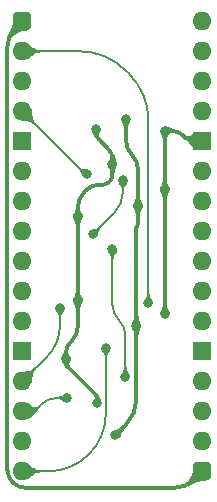
<source format=gbl>
%TF.GenerationSoftware,KiCad,Pcbnew,9.0.4*%
%TF.CreationDate,2025-09-29T08:51:58+02:00*%
%TF.ProjectId,Video Signals Output,56696465-6f20-4536-9967-6e616c73204f,V0*%
%TF.SameCoordinates,Original*%
%TF.FileFunction,Copper,L2,Bot*%
%TF.FilePolarity,Positive*%
%FSLAX46Y46*%
G04 Gerber Fmt 4.6, Leading zero omitted, Abs format (unit mm)*
G04 Created by KiCad (PCBNEW 9.0.4) date 2025-09-29 08:51:58*
%MOMM*%
%LPD*%
G01*
G04 APERTURE LIST*
G04 Aperture macros list*
%AMRoundRect*
0 Rectangle with rounded corners*
0 $1 Rounding radius*
0 $2 $3 $4 $5 $6 $7 $8 $9 X,Y pos of 4 corners*
0 Add a 4 corners polygon primitive as box body*
4,1,4,$2,$3,$4,$5,$6,$7,$8,$9,$2,$3,0*
0 Add four circle primitives for the rounded corners*
1,1,$1+$1,$2,$3*
1,1,$1+$1,$4,$5*
1,1,$1+$1,$6,$7*
1,1,$1+$1,$8,$9*
0 Add four rect primitives between the rounded corners*
20,1,$1+$1,$2,$3,$4,$5,0*
20,1,$1+$1,$4,$5,$6,$7,0*
20,1,$1+$1,$6,$7,$8,$9,0*
20,1,$1+$1,$8,$9,$2,$3,0*%
G04 Aperture macros list end*
%TA.AperFunction,ComponentPad*%
%ADD10O,1.600000X1.600000*%
%TD*%
%TA.AperFunction,ComponentPad*%
%ADD11R,1.600000X1.600000*%
%TD*%
%TA.AperFunction,ComponentPad*%
%ADD12RoundRect,0.400000X-0.400000X-0.400000X0.400000X-0.400000X0.400000X0.400000X-0.400000X0.400000X0*%
%TD*%
%TA.AperFunction,ViaPad*%
%ADD13C,0.800000*%
%TD*%
%TA.AperFunction,Conductor*%
%ADD14C,0.380000*%
%TD*%
%TA.AperFunction,Conductor*%
%ADD15C,0.200000*%
%TD*%
G04 APERTURE END LIST*
D10*
%TO.P,J1,32,Pin_32*%
%TO.N,unconnected-(J1-Pin_32-Pad32)*%
X15240000Y0D03*
%TO.P,J1,31,Pin_31*%
%TO.N,unconnected-(J1-Pin_31-Pad31)*%
X15240000Y-2540000D03*
%TO.P,J1,30,Pin_30*%
%TO.N,unconnected-(J1-Pin_30-Pad30)*%
X15240000Y-5080000D03*
%TO.P,J1,29,Pin_29*%
%TO.N,Horizontal Sync _{HALF CYCLE}*%
X15240000Y-7620000D03*
D11*
%TO.P,J1,28,Pin_28*%
%TO.N,GND*%
X15240000Y-10160000D03*
D10*
%TO.P,J1,27,Pin_27*%
%TO.N,Horizontal Blank _{HALF CYCLE}*%
X15240000Y-12700000D03*
%TO.P,J1,26,Pin_26*%
%TO.N,Vertical Sync _{HALF CYCLE}*%
X15240000Y-15240000D03*
%TO.P,J1,25,Pin_25*%
%TO.N,Vertical Blank _{HALF CYCLE}*%
X15240000Y-17780000D03*
%TO.P,J1,24,Pin_24*%
%TO.N,First Pixel _{HALF CYCLE}*%
X15240000Y-20320000D03*
%TO.P,J1,23,Pin_23*%
%TO.N,Last Pixel + 1 _{HALF CYCLE}*%
X15240000Y-22860000D03*
%TO.P,J1,22,Pin_22*%
%TO.N,First Row _{HALF CYCLE}*%
X15240000Y-25400000D03*
D11*
%TO.P,J1,21,Pin_21*%
%TO.N,GND*%
X15240000Y-27940000D03*
D10*
%TO.P,J1,20,Pin_20*%
%TO.N,Last Row + 1 _{HALF CYCLE}*%
X15240000Y-30480000D03*
%TO.P,J1,19,Pin_19*%
%TO.N,unconnected-(J1-Pin_19-Pad19)*%
X15240000Y-33020000D03*
%TO.P,J1,18,Pin_18*%
%TO.N,unconnected-(J1-Pin_18-Pad18)*%
X15240000Y-35560000D03*
D12*
%TO.P,J1,17,Pin_17*%
%TO.N,5V*%
X15240000Y-38100000D03*
D10*
%TO.P,J1,16,Pin_16*%
%TO.N,~{Vertical Sync}*%
X0Y-38100000D03*
%TO.P,J1,15,Pin_15*%
%TO.N,Vertical Sync*%
X0Y-35560000D03*
%TO.P,J1,14,Pin_14*%
%TO.N,Vertical Sync Polarity*%
X0Y-33020000D03*
%TO.P,J1,13,Pin_13*%
%TO.N,Last Row + 1*%
X0Y-30480000D03*
D11*
%TO.P,J1,12,Pin_12*%
%TO.N,GND*%
X0Y-27940000D03*
D10*
%TO.P,J1,11,Pin_11*%
%TO.N,First Row*%
X0Y-25400000D03*
%TO.P,J1,10,Pin_10*%
%TO.N,Last Pixel + 1*%
X0Y-22860000D03*
%TO.P,J1,9,Pin_9*%
%TO.N,First Pixel*%
X0Y-20320000D03*
%TO.P,J1,8,Pin_8*%
%TO.N,Vertical Blank*%
X0Y-17780000D03*
%TO.P,J1,7,Pin_7*%
%TO.N,Horizontal Blank*%
X0Y-15240000D03*
%TO.P,J1,6,Pin_6*%
%TO.N,~{Horizontal Sync}*%
X0Y-12700000D03*
D11*
%TO.P,J1,5,Pin_5*%
%TO.N,GND*%
X0Y-10160000D03*
D10*
%TO.P,J1,4,Pin_4*%
%TO.N,Horizontal Sync*%
X0Y-7620000D03*
%TO.P,J1,3,Pin_3*%
%TO.N,Horizontal Sync Polarity*%
X0Y-5080000D03*
%TO.P,J1,2,Pin_2*%
%TO.N,CLK*%
X0Y-2540000D03*
D12*
%TO.P,J1,1,Pin_1*%
%TO.N,5V*%
X0Y0D03*
%TD*%
D13*
%TO.N,/Vertical Sync _{SEL}*%
X8722000Y-30099000D03*
%TO.N,/Horizontal Sync _{SEL}*%
X5969000Y-18034000D03*
%TO.N,Last Row + 1*%
X3175000Y-24257000D03*
%TO.N,GND*%
X12065000Y-14224000D03*
X4699000Y-16510000D03*
X3683004Y-28574998D03*
X12065000Y-9271000D03*
X6223000Y-9144000D03*
X7620000Y-12065000D03*
X12065000Y-24765000D03*
X6350000Y-32312998D03*
X4699000Y-23622000D03*
%TO.N,/3.3V*%
X9652000Y-25781000D03*
X9779000Y-15621004D03*
X7874000Y-35052000D03*
X8760125Y-8255000D03*
%TO.N,CLK*%
X10668000Y-23876000D03*
%TO.N,Horizontal Sync*%
X5460994Y-12926000D03*
%TO.N,~{Vertical Sync}*%
X7065543Y-27624994D03*
%TO.N,Vertical Sync Polarity*%
X3810000Y-31877000D03*
%TO.N,/Horizontal Sync _{SEL}*%
X8509000Y-13462000D03*
%TO.N,/Vertical Sync _{SEL}*%
X7620000Y-19304000D03*
%TD*%
D14*
%TO.N,/3.3V*%
X9715500Y-17335500D02*
G75*
G03*
X9652001Y-17488802I153300J-153300D01*
G01*
X9269562Y-11301562D02*
G75*
G02*
X9779041Y-12531453I-1229862J-1229938D01*
G01*
X8760125Y-10071671D02*
G75*
G03*
X9269563Y-11301561I1739325J1D01*
G01*
X9652000Y-32016764D02*
G75*
G02*
X8762999Y-34162999I-3035240J4D01*
G01*
X9779000Y-17182197D02*
G75*
G02*
X9715501Y-17335501I-216800J-3D01*
G01*
D15*
%TO.N,Vertical Sync Polarity*%
X1375210Y-32660789D02*
G75*
G02*
X508000Y-33019999I-867210J867209D01*
G01*
X2967223Y-31877000D02*
G75*
G03*
X1587499Y-32448499I-3J-1951220D01*
G01*
%TO.N,~{Vertical Sync}*%
X7065543Y-33192848D02*
G75*
G02*
X5628271Y-36662728I-4907155J2D01*
G01*
X5628271Y-36662728D02*
G75*
G02*
X2158391Y-38100001I-3469881J3469878D01*
G01*
%TO.N,Horizontal Sync*%
X5251201Y-12871201D02*
G75*
G03*
X5383497Y-12926000I132299J132301D01*
G01*
%TO.N,Last Row + 1*%
X3175000Y-25781000D02*
G75*
G02*
X2097369Y-28382630I-3679269J4D01*
G01*
%TO.N,CLK*%
X9074207Y-4502207D02*
G75*
G02*
X10668004Y-8349963I-3847757J-3847763D01*
G01*
X8705792Y-4133792D02*
G75*
G03*
X4858036Y-2540003I-3847752J-3847758D01*
G01*
%TO.N,/Horizontal Sync _{SEL}*%
X8509000Y-14478000D02*
G75*
G02*
X7790581Y-16212422I-2452850J0D01*
G01*
%TO.N,/Vertical Sync _{SEL}*%
X7620000Y-23985768D02*
G75*
G03*
X8171000Y-25316000I1881230J-2D01*
G01*
X8171000Y-25316000D02*
G75*
G02*
X8721987Y-26646231I-1330200J-1330200D01*
G01*
D14*
%TO.N,5V*%
X14541500Y-38798500D02*
G75*
G02*
X12855171Y-39496988I-1686300J1686300D01*
G01*
X-634999Y-634999D02*
G75*
G03*
X-1270002Y-2168025I1533029J-1533031D01*
G01*
X-825500Y-39052500D02*
G75*
G03*
X247617Y-39497001I1073120J1073120D01*
G01*
X-1270000Y-37979382D02*
G75*
G03*
X-825499Y-39052499I1517620J2D01*
G01*
%TO.N,GND*%
X4042214Y-27199785D02*
G75*
G03*
X3682993Y-28066997I867186J-867215D01*
G01*
X6223000Y-9461500D02*
G75*
G03*
X6447509Y-10003503I766500J0D01*
G01*
X13692888Y-9755888D02*
G75*
G03*
X14668500Y-10160007I975612J975588D01*
G01*
X3683004Y-28828999D02*
G75*
G03*
X3862613Y-29262604I613196J-1D01*
G01*
X6150949Y-31550946D02*
G75*
G02*
X6350002Y-32031497I-480549J-480554D01*
G01*
X5237814Y-14447184D02*
G75*
G03*
X4698990Y-15748000I1300786J-1300816D01*
G01*
X7305691Y-10861691D02*
G75*
G02*
X7620005Y-11620500I-758791J-758809D01*
G01*
X7620000Y-12975789D02*
G75*
G02*
X7366003Y-13589003I-867200J-11D01*
G01*
X4699000Y-25824582D02*
G75*
G02*
X4191002Y-27050998I-1734420J2D01*
G01*
X13612111Y-9675111D02*
G75*
G03*
X12636500Y-9270993I-975611J-975589D01*
G01*
X6477000Y-13843000D02*
G75*
G03*
X5392993Y-14292018I0J-1533000D01*
G01*
X7366000Y-13589000D02*
G75*
G02*
X6752789Y-13842996I-613200J613200D01*
G01*
%TO.N,/3.3V*%
X8760125Y-10071671D02*
X8760125Y-8255000D01*
X9779000Y-12531453D02*
X9779000Y-15621004D01*
X9779000Y-15621004D02*
X9779000Y-17182197D01*
X9652000Y-25781000D02*
X9652000Y-32016764D01*
X7874000Y-35052000D02*
X8763000Y-34163000D01*
X9652000Y-17488802D02*
X9652000Y-25781000D01*
%TO.N,GND*%
X12065000Y-24765000D02*
X12065000Y-14224000D01*
D15*
%TO.N,/Horizontal Sync _{SEL}*%
X7790579Y-16212420D02*
X5969000Y-18034000D01*
X8509000Y-13462000D02*
X8509000Y-14478000D01*
%TO.N,Last Row + 1*%
X3175000Y-25781000D02*
X3175000Y-24257000D01*
X2097369Y-28382630D02*
X0Y-30480000D01*
D14*
%TO.N,GND*%
X6447506Y-10003506D02*
X7305691Y-10861691D01*
X12065000Y-9271000D02*
X12636500Y-9271000D01*
X4699000Y-16510000D02*
X4699000Y-15748000D01*
X7620000Y-12065000D02*
X7620000Y-11620500D01*
X12065000Y-9271000D02*
X12065000Y-14224000D01*
X3683004Y-28066997D02*
X3683004Y-28574998D01*
X6477000Y-13843000D02*
X6752789Y-13843000D01*
X3862610Y-29262607D02*
X6150949Y-31550946D01*
X4042214Y-27199785D02*
X4191002Y-27050998D01*
X7620000Y-12065000D02*
X7620000Y-12975789D01*
X6350000Y-32312998D02*
X6350000Y-32031497D01*
X5237814Y-14447184D02*
X5392987Y-14292012D01*
X4699000Y-16510000D02*
X4699000Y-23622000D01*
X4699000Y-25824582D02*
X4699000Y-23622000D01*
X3683004Y-28828999D02*
X3683004Y-28574998D01*
X6223000Y-9461500D02*
X6223000Y-9144000D01*
X13692888Y-9755888D02*
X13612111Y-9675111D01*
%TO.N,5V*%
X12855171Y-39497000D02*
X247617Y-39497000D01*
X-1270000Y-2168025D02*
X-1270000Y-37979382D01*
X14541500Y-38798500D02*
X15240000Y-38100000D01*
X-634999Y-634999D02*
X0Y0D01*
D15*
%TO.N,CLK*%
X4858036Y-2540000D02*
X0Y-2540000D01*
X9074207Y-4502207D02*
X8705792Y-4133792D01*
X10668000Y-8349963D02*
X10668000Y-23876000D01*
%TO.N,Horizontal Sync*%
X5383497Y-12926000D02*
X5460994Y-12926000D01*
X5251201Y-12871201D02*
X0Y-7620000D01*
%TO.N,~{Vertical Sync}*%
X7065543Y-33192848D02*
X7065543Y-27624994D01*
X2158391Y-38100000D02*
X0Y-38100000D01*
%TO.N,Vertical Sync Polarity*%
X1375210Y-32660789D02*
X1587500Y-32448500D01*
X3810000Y-31877000D02*
X2967223Y-31877000D01*
%TO.N,/Vertical Sync _{SEL}*%
X8722000Y-30099000D02*
X8722000Y-26646231D01*
X7620000Y-23985768D02*
X7620000Y-19304000D01*
%TD*%
%TA.AperFunction,Conductor*%
%TO.N,Vertical Sync Polarity*%
G36*
X168249Y-32238820D02*
G01*
X173636Y-32240346D01*
X323303Y-32282732D01*
X324897Y-32283311D01*
X389361Y-32312181D01*
X470196Y-32348383D01*
X471309Y-32348955D01*
X599717Y-32424052D01*
X600276Y-32424402D01*
X715755Y-32501494D01*
X721669Y-32505502D01*
X777721Y-32543490D01*
X777744Y-32543504D01*
X921748Y-32627930D01*
X921747Y-32627930D01*
X921750Y-32627931D01*
X921752Y-32627932D01*
X1032741Y-32663536D01*
X1137370Y-32661393D01*
X1193481Y-32644481D01*
X1252065Y-32615302D01*
X1319891Y-32567750D01*
X1383889Y-32509896D01*
X1392324Y-32506891D01*
X1400008Y-32510303D01*
X1525495Y-32635790D01*
X1528922Y-32644063D01*
X1525701Y-32652125D01*
X1514851Y-32663536D01*
X1301384Y-32888014D01*
X1138693Y-33075147D01*
X1138666Y-33075178D01*
X996530Y-33237512D01*
X995771Y-33238301D01*
X795780Y-33427635D01*
X794927Y-33428368D01*
X643853Y-33546073D01*
X643355Y-33546440D01*
X454233Y-33678355D01*
X445487Y-33680278D01*
X437944Y-33675452D01*
X437820Y-33675271D01*
X1998Y-33024744D01*
X240Y-33015964D01*
X244Y-33015941D01*
X74400Y-32644483D01*
X153593Y-32247787D01*
X158574Y-32240346D01*
X167358Y-32238605D01*
X168249Y-32238820D01*
G37*
%TD.AperFunction*%
%TD*%
%TA.AperFunction,Conductor*%
%TO.N,5V*%
G36*
X-783950Y280357D02*
G01*
X-4192Y2552D01*
X2446Y-3447D01*
X214847Y-453140D01*
X370131Y-781906D01*
X370566Y-790850D01*
X364549Y-797482D01*
X358718Y-798573D01*
X303530Y-794629D01*
X303517Y-794628D01*
X191283Y-796685D01*
X191269Y-796686D01*
X78895Y-809785D01*
X78886Y-809786D01*
X-44269Y-835836D01*
X-44290Y-835842D01*
X-165247Y-872685D01*
X-292667Y-923282D01*
X-292679Y-923288D01*
X-414484Y-983159D01*
X-414516Y-983177D01*
X-533214Y-1053143D01*
X-533227Y-1053151D01*
X-642477Y-1129184D01*
X-642489Y-1129193D01*
X-820392Y-1285995D01*
X-820393Y-1285996D01*
X-928867Y-1421626D01*
X-936709Y-1425946D01*
X-942480Y-1425127D01*
X-1273010Y-1288215D01*
X-1279342Y-1281883D01*
X-1279342Y-1272929D01*
X-1278623Y-1271485D01*
X-1195911Y-1130702D01*
X-1195907Y-1130694D01*
X-1195900Y-1130682D01*
X-1031640Y-791139D01*
X-1031627Y-791107D01*
X-905384Y-453140D01*
X-905383Y-453137D01*
X-827698Y-155914D01*
X-795089Y89813D01*
X-799573Y269043D01*
X-796354Y277400D01*
X-788170Y281032D01*
X-783950Y280357D01*
G37*
%TD.AperFunction*%
%TD*%
%TA.AperFunction,Conductor*%
%TO.N,GND*%
G36*
X6602598Y-9219483D02*
G01*
X6610035Y-9224471D01*
X6611766Y-9233257D01*
X6611469Y-9234422D01*
X6573226Y-9357647D01*
X6572523Y-9359399D01*
X6521008Y-9462747D01*
X6520873Y-9463010D01*
X6498205Y-9505739D01*
X6498203Y-9505745D01*
X6477570Y-9560998D01*
X6464865Y-9595019D01*
X6461384Y-9636784D01*
X6467586Y-9681895D01*
X6480017Y-9715974D01*
X6487841Y-9737423D01*
X6519079Y-9791612D01*
X6520242Y-9800491D01*
X6515443Y-9807183D01*
X6219018Y-10005252D01*
X6210236Y-10006999D01*
X6202790Y-10002024D01*
X6202374Y-10001353D01*
X6103059Y-9827856D01*
X6102297Y-9826253D01*
X6092371Y-9800491D01*
X6049501Y-9689220D01*
X6000763Y-9561000D01*
X5956557Y-9473424D01*
X5896321Y-9375805D01*
X5894894Y-9366966D01*
X5899753Y-9359952D01*
X6218399Y-9145886D01*
X6227174Y-9144118D01*
X6602598Y-9219483D01*
G37*
%TD.AperFunction*%
%TD*%
%TA.AperFunction,Conductor*%
%TO.N,GND*%
G36*
X14458116Y-9378116D02*
G01*
X15231374Y-10151351D01*
X15234801Y-10159624D01*
X15231374Y-10167897D01*
X15230312Y-10168838D01*
X14457072Y-10773962D01*
X14448444Y-10776362D01*
X14440647Y-10771959D01*
X14438278Y-10766396D01*
X14430783Y-10713703D01*
X14430783Y-10713702D01*
X14409175Y-10648833D01*
X14409174Y-10648831D01*
X14366833Y-10567053D01*
X14366832Y-10567052D01*
X14309856Y-10485102D01*
X14309854Y-10485099D01*
X14220086Y-10381922D01*
X14220080Y-10381915D01*
X14116414Y-10282474D01*
X14116386Y-10282449D01*
X13977227Y-10167937D01*
X13977212Y-10167925D01*
X13835812Y-10066761D01*
X13835806Y-10066757D01*
X13605882Y-9931282D01*
X13600493Y-9924130D01*
X13601741Y-9915263D01*
X13603419Y-9913060D01*
X13852187Y-9656339D01*
X13860403Y-9652783D01*
X13864680Y-9653521D01*
X13915449Y-9672495D01*
X13915451Y-9672495D01*
X13915453Y-9672496D01*
X13967138Y-9680230D01*
X14057371Y-9693735D01*
X14189801Y-9681822D01*
X14294800Y-9641869D01*
X14371626Y-9577412D01*
X14399890Y-9535651D01*
X14421372Y-9486081D01*
X14435172Y-9427549D01*
X14438173Y-9385553D01*
X14442181Y-9377547D01*
X14450677Y-9374719D01*
X14458116Y-9378116D01*
G37*
%TD.AperFunction*%
%TD*%
%TA.AperFunction,Conductor*%
%TO.N,GND*%
G36*
X4062865Y-28650539D02*
G01*
X4070303Y-28655523D01*
X4072038Y-28664308D01*
X4071812Y-28665239D01*
X4043024Y-28765492D01*
X4042555Y-28766817D01*
X4003953Y-28858180D01*
X4003897Y-28858311D01*
X3980891Y-28910952D01*
X3980888Y-28910962D01*
X3957510Y-28997204D01*
X3958852Y-29035311D01*
X3970136Y-29074554D01*
X3970137Y-29074556D01*
X3996944Y-29121344D01*
X3996950Y-29121352D01*
X4034108Y-29164297D01*
X4036930Y-29172795D01*
X4033533Y-29180225D01*
X3781103Y-29432655D01*
X3772830Y-29436082D01*
X3764557Y-29432655D01*
X3764268Y-29432356D01*
X3669769Y-29330891D01*
X3669066Y-29330061D01*
X3600553Y-29240764D01*
X3599607Y-29239322D01*
X3534159Y-29121352D01*
X3510676Y-29079024D01*
X3510434Y-29078562D01*
X3479883Y-29017003D01*
X3479878Y-29016994D01*
X3356011Y-28806724D01*
X3354766Y-28797860D01*
X3359568Y-28791078D01*
X3678252Y-28577007D01*
X3687029Y-28575239D01*
X4062865Y-28650539D01*
G37*
%TD.AperFunction*%
%TD*%
%TA.AperFunction,Conductor*%
%TO.N,GND*%
G36*
X6308218Y-31441012D02*
G01*
X6308589Y-31441413D01*
X6393459Y-31537567D01*
X6394323Y-31538673D01*
X6454604Y-31626201D01*
X6455396Y-31627532D01*
X6495213Y-31705894D01*
X6495644Y-31706846D01*
X6526751Y-31784548D01*
X6574238Y-31900035D01*
X6574242Y-31900043D01*
X6677226Y-32081331D01*
X6678333Y-32090217D01*
X6673577Y-32096822D01*
X6354741Y-32310998D01*
X6345963Y-32312767D01*
X6345918Y-32312758D01*
X5970472Y-32237524D01*
X5963034Y-32232538D01*
X5961299Y-32223753D01*
X5961615Y-32222527D01*
X5997360Y-32109400D01*
X5998051Y-32107697D01*
X6048143Y-32007824D01*
X6078128Y-31950345D01*
X6104691Y-31868696D01*
X6104716Y-31831676D01*
X6094809Y-31793191D01*
X6069776Y-31747176D01*
X6034593Y-31705046D01*
X6031920Y-31696499D01*
X6035430Y-31689145D01*
X6099705Y-31626840D01*
X6291676Y-31440753D01*
X6299999Y-31437456D01*
X6308218Y-31441012D01*
G37*
%TD.AperFunction*%
%TD*%
%TA.AperFunction,Conductor*%
%TO.N,/3.3V*%
G36*
X9140086Y-8330547D02*
G01*
X9147519Y-8335541D01*
X9149245Y-8344328D01*
X9149042Y-8345170D01*
X9099389Y-8522578D01*
X9098796Y-8524215D01*
X9041181Y-8652602D01*
X9041056Y-8652872D01*
X9012644Y-8712111D01*
X9012637Y-8712129D01*
X8967946Y-8846380D01*
X8954852Y-8935146D01*
X8950597Y-9036107D01*
X8946824Y-9044228D01*
X8938907Y-9047314D01*
X8581216Y-9047314D01*
X8572943Y-9043887D01*
X8569533Y-9036238D01*
X8562841Y-8910998D01*
X8543119Y-8808629D01*
X8514152Y-8726961D01*
X8479163Y-8652811D01*
X8479098Y-8652670D01*
X8479067Y-8652602D01*
X8423689Y-8530057D01*
X8423093Y-8528424D01*
X8371251Y-8345195D01*
X8372296Y-8336302D01*
X8379324Y-8330752D01*
X8380185Y-8330542D01*
X8757817Y-8254465D01*
X8762433Y-8254465D01*
X9140086Y-8330547D01*
G37*
%TD.AperFunction*%
%TD*%
%TA.AperFunction,Conductor*%
%TO.N,/3.3V*%
G36*
X9966182Y-14832117D02*
G01*
X9969592Y-14839766D01*
X9976283Y-14965005D01*
X9987481Y-15023125D01*
X9996006Y-15067375D01*
X9996007Y-15067377D01*
X10024973Y-15149042D01*
X10024973Y-15149044D01*
X10059945Y-15223157D01*
X10060026Y-15223332D01*
X10115434Y-15345945D01*
X10116030Y-15347578D01*
X10167873Y-15530808D01*
X10166828Y-15539701D01*
X10159800Y-15545251D01*
X10158926Y-15545463D01*
X9781311Y-15621538D01*
X9776689Y-15621538D01*
X9399038Y-15545456D01*
X9391605Y-15540462D01*
X9389879Y-15531675D01*
X9390082Y-15530833D01*
X9439735Y-15353423D01*
X9440325Y-15351792D01*
X9497974Y-15223332D01*
X9498041Y-15223186D01*
X9526485Y-15163880D01*
X9571179Y-15029618D01*
X9584272Y-14940860D01*
X9588528Y-14839897D01*
X9592301Y-14831776D01*
X9600218Y-14828690D01*
X9957909Y-14828690D01*
X9966182Y-14832117D01*
G37*
%TD.AperFunction*%
%TD*%
%TA.AperFunction,Conductor*%
%TO.N,/3.3V*%
G36*
X10158961Y-15696551D02*
G01*
X10166394Y-15701545D01*
X10168120Y-15710332D01*
X10167917Y-15711174D01*
X10118264Y-15888582D01*
X10117671Y-15890219D01*
X10060056Y-16018606D01*
X10059931Y-16018876D01*
X10031519Y-16078115D01*
X10031512Y-16078133D01*
X9986821Y-16212384D01*
X9973727Y-16301150D01*
X9969472Y-16402111D01*
X9965699Y-16410232D01*
X9957782Y-16413318D01*
X9600091Y-16413318D01*
X9591818Y-16409891D01*
X9588408Y-16402242D01*
X9581716Y-16277002D01*
X9561994Y-16174633D01*
X9533027Y-16092965D01*
X9498038Y-16018815D01*
X9497973Y-16018674D01*
X9497942Y-16018606D01*
X9442564Y-15896061D01*
X9441968Y-15894428D01*
X9390126Y-15711199D01*
X9391171Y-15702306D01*
X9398199Y-15696756D01*
X9399060Y-15696546D01*
X9776692Y-15620469D01*
X9781308Y-15620469D01*
X10158961Y-15696551D01*
G37*
%TD.AperFunction*%
%TD*%
%TA.AperFunction,Conductor*%
%TO.N,/3.3V*%
G36*
X10031961Y-25856547D02*
G01*
X10039394Y-25861541D01*
X10041120Y-25870328D01*
X10040917Y-25871170D01*
X9991264Y-26048578D01*
X9990671Y-26050215D01*
X9933056Y-26178602D01*
X9932931Y-26178872D01*
X9904519Y-26238111D01*
X9904512Y-26238129D01*
X9859821Y-26372380D01*
X9846727Y-26461146D01*
X9842472Y-26562107D01*
X9838699Y-26570228D01*
X9830782Y-26573314D01*
X9473091Y-26573314D01*
X9464818Y-26569887D01*
X9461408Y-26562238D01*
X9454716Y-26436998D01*
X9434994Y-26334629D01*
X9406027Y-26252961D01*
X9371038Y-26178811D01*
X9370973Y-26178670D01*
X9370942Y-26178602D01*
X9315564Y-26056057D01*
X9314968Y-26054424D01*
X9263126Y-25871195D01*
X9264171Y-25862302D01*
X9271199Y-25856752D01*
X9272060Y-25856542D01*
X9649692Y-25780465D01*
X9654308Y-25780465D01*
X10031961Y-25856547D01*
G37*
%TD.AperFunction*%
%TD*%
%TA.AperFunction,Conductor*%
%TO.N,/3.3V*%
G36*
X8307831Y-34365330D02*
G01*
X8560757Y-34618256D01*
X8564184Y-34626529D01*
X8561187Y-34634349D01*
X8477362Y-34727637D01*
X8418923Y-34813966D01*
X8381652Y-34892209D01*
X8353966Y-34969368D01*
X8353900Y-34969548D01*
X8306391Y-35095397D01*
X8305658Y-35096973D01*
X8212753Y-35263197D01*
X8205725Y-35268747D01*
X8196832Y-35267702D01*
X8196064Y-35267233D01*
X7875256Y-35054011D01*
X7871988Y-35050743D01*
X7766615Y-34892202D01*
X7658745Y-34729904D01*
X7657020Y-34721119D01*
X7662014Y-34713686D01*
X7662741Y-34713239D01*
X7823316Y-34622892D01*
X7824880Y-34622160D01*
X7956450Y-34572099D01*
X7956679Y-34572015D01*
X8018679Y-34550210D01*
X8145220Y-34486875D01*
X8217240Y-34433372D01*
X8291642Y-34364988D01*
X8300051Y-34361913D01*
X8307831Y-34365330D01*
G37*
%TD.AperFunction*%
%TD*%
%TA.AperFunction,Conductor*%
%TO.N,/3.3V*%
G36*
X9839182Y-24992113D02*
G01*
X9842592Y-24999762D01*
X9849283Y-25125001D01*
X9860481Y-25183121D01*
X9869006Y-25227371D01*
X9869007Y-25227373D01*
X9897973Y-25309038D01*
X9897973Y-25309040D01*
X9932945Y-25383153D01*
X9933026Y-25383328D01*
X9988434Y-25505941D01*
X9989030Y-25507574D01*
X10040873Y-25690804D01*
X10039828Y-25699697D01*
X10032800Y-25705247D01*
X10031926Y-25705459D01*
X9654311Y-25781534D01*
X9649689Y-25781534D01*
X9272038Y-25705452D01*
X9264605Y-25700458D01*
X9262879Y-25691671D01*
X9263082Y-25690829D01*
X9312735Y-25513419D01*
X9313325Y-25511788D01*
X9370974Y-25383328D01*
X9371041Y-25383182D01*
X9399485Y-25323876D01*
X9444179Y-25189614D01*
X9457272Y-25100856D01*
X9461528Y-24999893D01*
X9465301Y-24991772D01*
X9473218Y-24988686D01*
X9830909Y-24988686D01*
X9839182Y-24992113D01*
G37*
%TD.AperFunction*%
%TD*%
%TA.AperFunction,Conductor*%
%TO.N,GND*%
G36*
X12444961Y-14299547D02*
G01*
X12452394Y-14304541D01*
X12454120Y-14313328D01*
X12453917Y-14314170D01*
X12404264Y-14491578D01*
X12403671Y-14493215D01*
X12346056Y-14621602D01*
X12345931Y-14621872D01*
X12317519Y-14681111D01*
X12317512Y-14681129D01*
X12272821Y-14815380D01*
X12259727Y-14904146D01*
X12255472Y-15005107D01*
X12251699Y-15013228D01*
X12243782Y-15016314D01*
X11886091Y-15016314D01*
X11877818Y-15012887D01*
X11874408Y-15005238D01*
X11867716Y-14879998D01*
X11847994Y-14777629D01*
X11819027Y-14695961D01*
X11784038Y-14621811D01*
X11783973Y-14621670D01*
X11783942Y-14621602D01*
X11728564Y-14499057D01*
X11727968Y-14497424D01*
X11676126Y-14314195D01*
X11677171Y-14305302D01*
X11684199Y-14299752D01*
X11685060Y-14299542D01*
X12062692Y-14223465D01*
X12067308Y-14223465D01*
X12444961Y-14299547D01*
G37*
%TD.AperFunction*%
%TD*%
%TA.AperFunction,Conductor*%
%TO.N,GND*%
G36*
X12252182Y-23976113D02*
G01*
X12255592Y-23983762D01*
X12262283Y-24109001D01*
X12273481Y-24167121D01*
X12282006Y-24211371D01*
X12282007Y-24211373D01*
X12310973Y-24293038D01*
X12310973Y-24293040D01*
X12345945Y-24367153D01*
X12346026Y-24367328D01*
X12401434Y-24489941D01*
X12402030Y-24491574D01*
X12453873Y-24674804D01*
X12452828Y-24683697D01*
X12445800Y-24689247D01*
X12444926Y-24689459D01*
X12067311Y-24765534D01*
X12062689Y-24765534D01*
X11685038Y-24689452D01*
X11677605Y-24684458D01*
X11675879Y-24675671D01*
X11676082Y-24674829D01*
X11725735Y-24497419D01*
X11726325Y-24495788D01*
X11783974Y-24367328D01*
X11784041Y-24367182D01*
X11812485Y-24307876D01*
X11857179Y-24173614D01*
X11870272Y-24084856D01*
X11874528Y-23983893D01*
X11878301Y-23975772D01*
X11886218Y-23972686D01*
X12243909Y-23972686D01*
X12252182Y-23976113D01*
G37*
%TD.AperFunction*%
%TD*%
%TA.AperFunction,Conductor*%
%TO.N,/Horizontal Sync _{SEL}*%
G36*
X6466395Y-17410895D02*
G01*
X6592334Y-17536833D01*
X6595761Y-17545106D01*
X6592979Y-17552680D01*
X6512652Y-17647263D01*
X6462983Y-17738448D01*
X6438241Y-17823255D01*
X6425696Y-17906976D01*
X6417048Y-17969582D01*
X6416771Y-17970966D01*
X6381392Y-18105070D01*
X6380729Y-18106929D01*
X6349010Y-18176671D01*
X6348405Y-18177826D01*
X6307882Y-18245686D01*
X6300698Y-18251032D01*
X6291838Y-18249732D01*
X6291361Y-18249431D01*
X6285726Y-18245686D01*
X6181889Y-18176671D01*
X5970256Y-18036011D01*
X5966988Y-18032743D01*
X5753685Y-17711813D01*
X5751959Y-17703026D01*
X5756953Y-17695593D01*
X5757579Y-17695204D01*
X5849347Y-17642499D01*
X5850920Y-17641748D01*
X5939579Y-17607270D01*
X5941612Y-17606685D01*
X6095987Y-17577310D01*
X6096131Y-17577284D01*
X6213673Y-17556922D01*
X6327410Y-17508615D01*
X6390130Y-17464718D01*
X6450287Y-17410478D01*
X6458726Y-17407484D01*
X6466395Y-17410895D01*
G37*
%TD.AperFunction*%
%TD*%
%TA.AperFunction,Conductor*%
%TO.N,/Horizontal Sync _{SEL}*%
G36*
X8889070Y-13537569D02*
G01*
X8896503Y-13542563D01*
X8898229Y-13551350D01*
X8898053Y-13552093D01*
X8870442Y-13654213D01*
X8869857Y-13655871D01*
X8831550Y-13742930D01*
X8830515Y-13744799D01*
X8742162Y-13874679D01*
X8742052Y-13874837D01*
X8673335Y-13972353D01*
X8627068Y-14086937D01*
X8613758Y-14162332D01*
X8613757Y-14162341D01*
X8609574Y-14243218D01*
X8605725Y-14251303D01*
X8597890Y-14254314D01*
X8419785Y-14254314D01*
X8411512Y-14250887D01*
X8408124Y-14243565D01*
X8401502Y-14162332D01*
X8398042Y-14119880D01*
X8368688Y-14020287D01*
X8368686Y-14020283D01*
X8326213Y-13942821D01*
X8275886Y-13874752D01*
X8267276Y-13863383D01*
X8237724Y-13824359D01*
X8236950Y-13823197D01*
X8190195Y-13742930D01*
X8167140Y-13703350D01*
X8166295Y-13701568D01*
X8139407Y-13629822D01*
X8139018Y-13628578D01*
X8119688Y-13551939D01*
X8120988Y-13543083D01*
X8128171Y-13537736D01*
X8128713Y-13537612D01*
X8506692Y-13461465D01*
X8511308Y-13461465D01*
X8889070Y-13537569D01*
G37*
%TD.AperFunction*%
%TD*%
%TA.AperFunction,Conductor*%
%TO.N,Last Row + 1*%
G36*
X3555070Y-24332569D02*
G01*
X3562503Y-24337563D01*
X3564229Y-24346350D01*
X3564053Y-24347093D01*
X3536442Y-24449213D01*
X3535857Y-24450871D01*
X3497550Y-24537930D01*
X3496515Y-24539799D01*
X3408162Y-24669679D01*
X3408052Y-24669837D01*
X3339335Y-24767353D01*
X3293068Y-24881937D01*
X3279758Y-24957332D01*
X3279757Y-24957341D01*
X3275574Y-25038218D01*
X3271725Y-25046303D01*
X3263890Y-25049314D01*
X3085785Y-25049314D01*
X3077512Y-25045887D01*
X3074124Y-25038565D01*
X3067502Y-24957332D01*
X3064042Y-24914880D01*
X3034688Y-24815287D01*
X3034686Y-24815283D01*
X2992213Y-24737821D01*
X2941886Y-24669752D01*
X2933276Y-24658383D01*
X2903724Y-24619359D01*
X2902950Y-24618197D01*
X2856195Y-24537930D01*
X2833140Y-24498350D01*
X2832295Y-24496568D01*
X2805407Y-24424822D01*
X2805018Y-24423578D01*
X2785688Y-24346939D01*
X2786988Y-24338083D01*
X2794171Y-24332736D01*
X2794713Y-24332612D01*
X3172692Y-24256465D01*
X3177308Y-24256465D01*
X3555070Y-24332569D01*
G37*
%TD.AperFunction*%
%TD*%
%TA.AperFunction,Conductor*%
%TO.N,Last Row + 1*%
G36*
X1057802Y-29296800D02*
G01*
X1183194Y-29422193D01*
X1186621Y-29430466D01*
X1183451Y-29438474D01*
X1086634Y-29541601D01*
X1086631Y-29541605D01*
X1006783Y-29641640D01*
X1006773Y-29641654D01*
X948009Y-29733565D01*
X948007Y-29733569D01*
X906642Y-29820664D01*
X906641Y-29820666D01*
X879031Y-29906175D01*
X861515Y-29993369D01*
X861513Y-29993383D01*
X842125Y-30185844D01*
X829695Y-30331496D01*
X829611Y-30332214D01*
X786426Y-30623923D01*
X781824Y-30631606D01*
X773139Y-30633784D01*
X772581Y-30633688D01*
X6979Y-30482227D01*
X-471Y-30477259D01*
X-2228Y-30473020D01*
X-30156Y-30331852D01*
X-153709Y-29707315D01*
X-151952Y-29698534D01*
X-144502Y-29693566D01*
X-144088Y-29693492D01*
X93650Y-29656212D01*
X94364Y-29656125D01*
X294127Y-29637876D01*
X520354Y-29612748D01*
X674485Y-29567165D01*
X753078Y-29528254D01*
X835773Y-29475073D01*
X936967Y-29394608D01*
X1041526Y-29296538D01*
X1049904Y-29293379D01*
X1057802Y-29296800D01*
G37*
%TD.AperFunction*%
%TD*%
%TA.AperFunction,Conductor*%
%TO.N,GND*%
G36*
X12155083Y-8881968D02*
G01*
X12327101Y-8928833D01*
X12328724Y-8929408D01*
X12450065Y-8982823D01*
X12572204Y-9036100D01*
X12659495Y-9062158D01*
X12763637Y-9082848D01*
X12771084Y-9087822D01*
X12772913Y-9096154D01*
X12716895Y-9449842D01*
X12712216Y-9457477D01*
X12704601Y-9459689D01*
X12606087Y-9453465D01*
X12606084Y-9453465D01*
X12524780Y-9468766D01*
X12460437Y-9500052D01*
X12402203Y-9541104D01*
X12387611Y-9551951D01*
X12386804Y-9552500D01*
X12281075Y-9618174D01*
X12278512Y-9619364D01*
X12155524Y-9659262D01*
X12146597Y-9658555D01*
X12140785Y-9651743D01*
X12140444Y-9650442D01*
X12064477Y-9273148D01*
X12064477Y-9268536D01*
X12140564Y-8890951D01*
X12145557Y-8883519D01*
X12154344Y-8881794D01*
X12155083Y-8881968D01*
G37*
%TD.AperFunction*%
%TD*%
%TA.AperFunction,Conductor*%
%TO.N,GND*%
G36*
X4877951Y-15750468D02*
G01*
X4886175Y-15754009D01*
X4889477Y-15761641D01*
X4894829Y-15880464D01*
X4914150Y-15977841D01*
X4943393Y-16055339D01*
X4943394Y-16055341D01*
X4943398Y-16055349D01*
X4978950Y-16125439D01*
X4979061Y-16125664D01*
X5037830Y-16247955D01*
X5038523Y-16249767D01*
X5087774Y-16419749D01*
X5086785Y-16428649D01*
X5079792Y-16434243D01*
X5078847Y-16434475D01*
X4701298Y-16510533D01*
X4696676Y-16510533D01*
X4358033Y-16442308D01*
X4319074Y-16434459D01*
X4311642Y-16429466D01*
X4309916Y-16420679D01*
X4310123Y-16419824D01*
X4358904Y-16247559D01*
X4359536Y-16245849D01*
X4415032Y-16125547D01*
X4416811Y-16121689D01*
X4416928Y-16121444D01*
X4442331Y-16070362D01*
X4488602Y-15940022D01*
X4502801Y-15854201D01*
X4508379Y-15756563D01*
X4512272Y-15748500D01*
X4520219Y-15745533D01*
X4877951Y-15750468D01*
G37*
%TD.AperFunction*%
%TD*%
%TA.AperFunction,Conductor*%
%TO.N,GND*%
G36*
X7757017Y-11245917D02*
G01*
X7813415Y-11376558D01*
X7847650Y-11455861D01*
X7870790Y-11510711D01*
X7917339Y-11621051D01*
X7917726Y-11622107D01*
X7963496Y-11768493D01*
X7963748Y-11769436D01*
X8009710Y-11975304D01*
X8008168Y-11984125D01*
X8000840Y-11989272D01*
X8000602Y-11989323D01*
X7622688Y-12065458D01*
X7618071Y-12065458D01*
X7239996Y-11989439D01*
X7232560Y-11984449D01*
X7230832Y-11975663D01*
X7231018Y-11974879D01*
X7251241Y-11901535D01*
X7251807Y-11899946D01*
X7282302Y-11830667D01*
X7283156Y-11829075D01*
X7353576Y-11719101D01*
X7353867Y-11718667D01*
X7375490Y-11688005D01*
X7422747Y-11601244D01*
X7433283Y-11558662D01*
X7435065Y-11510703D01*
X7425298Y-11451114D01*
X7404905Y-11391131D01*
X7405486Y-11382197D01*
X7411503Y-11376559D01*
X7741800Y-11239745D01*
X7750752Y-11239745D01*
X7757017Y-11245917D01*
G37*
%TD.AperFunction*%
%TD*%
%TA.AperFunction,Conductor*%
%TO.N,GND*%
G36*
X12252182Y-13435113D02*
G01*
X12255592Y-13442762D01*
X12262283Y-13568001D01*
X12273481Y-13626121D01*
X12282006Y-13670371D01*
X12282007Y-13670373D01*
X12310973Y-13752038D01*
X12310973Y-13752040D01*
X12345945Y-13826153D01*
X12346026Y-13826328D01*
X12401434Y-13948941D01*
X12402030Y-13950574D01*
X12453873Y-14133804D01*
X12452828Y-14142697D01*
X12445800Y-14148247D01*
X12444926Y-14148459D01*
X12067311Y-14224534D01*
X12062689Y-14224534D01*
X11685038Y-14148452D01*
X11677605Y-14143458D01*
X11675879Y-14134671D01*
X11676082Y-14133829D01*
X11725735Y-13956419D01*
X11726325Y-13954788D01*
X11783974Y-13826328D01*
X11784041Y-13826182D01*
X11812485Y-13766876D01*
X11857179Y-13632614D01*
X11870272Y-13543856D01*
X11874528Y-13442893D01*
X11878301Y-13434772D01*
X11886218Y-13431686D01*
X12243909Y-13431686D01*
X12252182Y-13435113D01*
G37*
%TD.AperFunction*%
%TD*%
%TA.AperFunction,Conductor*%
%TO.N,GND*%
G36*
X12444961Y-9346547D02*
G01*
X12452394Y-9351541D01*
X12454120Y-9360328D01*
X12453917Y-9361170D01*
X12404264Y-9538578D01*
X12403671Y-9540215D01*
X12346056Y-9668602D01*
X12345931Y-9668872D01*
X12317519Y-9728111D01*
X12317512Y-9728129D01*
X12272821Y-9862380D01*
X12259727Y-9951146D01*
X12255472Y-10052107D01*
X12251699Y-10060228D01*
X12243782Y-10063314D01*
X11886091Y-10063314D01*
X11877818Y-10059887D01*
X11874408Y-10052238D01*
X11867716Y-9926998D01*
X11847994Y-9824629D01*
X11819027Y-9742961D01*
X11784038Y-9668811D01*
X11783973Y-9668670D01*
X11783942Y-9668602D01*
X11728564Y-9546057D01*
X11727968Y-9544424D01*
X11676126Y-9361195D01*
X11677171Y-9352302D01*
X11684199Y-9346752D01*
X11685060Y-9346542D01*
X12062692Y-9270465D01*
X12067308Y-9270465D01*
X12444961Y-9346547D01*
G37*
%TD.AperFunction*%
%TD*%
%TA.AperFunction,Conductor*%
%TO.N,GND*%
G36*
X3872879Y-27927318D02*
G01*
X3880515Y-27931997D01*
X3882723Y-27939653D01*
X3876192Y-28037507D01*
X3880531Y-28062293D01*
X3890373Y-28118516D01*
X3920013Y-28182846D01*
X3925480Y-28191016D01*
X3959022Y-28241144D01*
X3959277Y-28241543D01*
X4029944Y-28356987D01*
X4031103Y-28359512D01*
X4071307Y-28484494D01*
X4070578Y-28493419D01*
X4063752Y-28499215D01*
X4062478Y-28499547D01*
X3685156Y-28575520D01*
X3680536Y-28575519D01*
X3303072Y-28499457D01*
X3295639Y-28494464D01*
X3293914Y-28485677D01*
X3294124Y-28484807D01*
X3342640Y-28313094D01*
X3343327Y-28311267D01*
X3400557Y-28191016D01*
X3460544Y-28062296D01*
X3486165Y-27978690D01*
X3505902Y-27880544D01*
X3510891Y-27873111D01*
X3519201Y-27871297D01*
X3872879Y-27927318D01*
G37*
%TD.AperFunction*%
%TD*%
%TA.AperFunction,Conductor*%
%TO.N,GND*%
G36*
X7999961Y-12140547D02*
G01*
X8007394Y-12145541D01*
X8009120Y-12154328D01*
X8008917Y-12155170D01*
X7959264Y-12332578D01*
X7958671Y-12334215D01*
X7901056Y-12462602D01*
X7900931Y-12462872D01*
X7872519Y-12522111D01*
X7872512Y-12522129D01*
X7827821Y-12656380D01*
X7814727Y-12745146D01*
X7810472Y-12846107D01*
X7806699Y-12854228D01*
X7798782Y-12857314D01*
X7441091Y-12857314D01*
X7432818Y-12853887D01*
X7429408Y-12846238D01*
X7422716Y-12720998D01*
X7402994Y-12618629D01*
X7374027Y-12536961D01*
X7339038Y-12462811D01*
X7338973Y-12462670D01*
X7338942Y-12462602D01*
X7283564Y-12340057D01*
X7282968Y-12338424D01*
X7231126Y-12155195D01*
X7232171Y-12146302D01*
X7239199Y-12140752D01*
X7240060Y-12140542D01*
X7617692Y-12064465D01*
X7622308Y-12064465D01*
X7999961Y-12140547D01*
G37*
%TD.AperFunction*%
%TD*%
%TA.AperFunction,Conductor*%
%TO.N,GND*%
G36*
X5078961Y-16585547D02*
G01*
X5086394Y-16590541D01*
X5088120Y-16599328D01*
X5087917Y-16600170D01*
X5038264Y-16777578D01*
X5037671Y-16779215D01*
X4980056Y-16907602D01*
X4979931Y-16907872D01*
X4951519Y-16967111D01*
X4951512Y-16967129D01*
X4906821Y-17101380D01*
X4893727Y-17190146D01*
X4889472Y-17291107D01*
X4885699Y-17299228D01*
X4877782Y-17302314D01*
X4520091Y-17302314D01*
X4511818Y-17298887D01*
X4508408Y-17291238D01*
X4501716Y-17165998D01*
X4481994Y-17063629D01*
X4453027Y-16981961D01*
X4418038Y-16907811D01*
X4417973Y-16907670D01*
X4417942Y-16907602D01*
X4362564Y-16785057D01*
X4361968Y-16783424D01*
X4310126Y-16600195D01*
X4311171Y-16591302D01*
X4318199Y-16585752D01*
X4319060Y-16585542D01*
X4696692Y-16509465D01*
X4701308Y-16509465D01*
X5078961Y-16585547D01*
G37*
%TD.AperFunction*%
%TD*%
%TA.AperFunction,Conductor*%
%TO.N,GND*%
G36*
X4886182Y-22833113D02*
G01*
X4889592Y-22840762D01*
X4896283Y-22966001D01*
X4907481Y-23024121D01*
X4916006Y-23068371D01*
X4916007Y-23068373D01*
X4944973Y-23150038D01*
X4944973Y-23150040D01*
X4979945Y-23224153D01*
X4980026Y-23224328D01*
X5035434Y-23346941D01*
X5036030Y-23348574D01*
X5087873Y-23531804D01*
X5086828Y-23540697D01*
X5079800Y-23546247D01*
X5078926Y-23546459D01*
X4701311Y-23622534D01*
X4696689Y-23622534D01*
X4319038Y-23546452D01*
X4311605Y-23541458D01*
X4309879Y-23532671D01*
X4310082Y-23531829D01*
X4359735Y-23354419D01*
X4360325Y-23352788D01*
X4417974Y-23224328D01*
X4418041Y-23224182D01*
X4446485Y-23164876D01*
X4491179Y-23030614D01*
X4504272Y-22941856D01*
X4508528Y-22840893D01*
X4512301Y-22832772D01*
X4520218Y-22829686D01*
X4877909Y-22829686D01*
X4886182Y-22833113D01*
G37*
%TD.AperFunction*%
%TD*%
%TA.AperFunction,Conductor*%
%TO.N,GND*%
G36*
X5078961Y-23697547D02*
G01*
X5086394Y-23702541D01*
X5088120Y-23711328D01*
X5087917Y-23712170D01*
X5038264Y-23889578D01*
X5037671Y-23891215D01*
X4980056Y-24019602D01*
X4979931Y-24019872D01*
X4951519Y-24079111D01*
X4951512Y-24079129D01*
X4906821Y-24213380D01*
X4893727Y-24302146D01*
X4889472Y-24403107D01*
X4885699Y-24411228D01*
X4877782Y-24414314D01*
X4520091Y-24414314D01*
X4511818Y-24410887D01*
X4508408Y-24403238D01*
X4501716Y-24277998D01*
X4481994Y-24175629D01*
X4453027Y-24093961D01*
X4418038Y-24019811D01*
X4417973Y-24019670D01*
X4417942Y-24019602D01*
X4362564Y-23897057D01*
X4361968Y-23895424D01*
X4310126Y-23712195D01*
X4311171Y-23703302D01*
X4318199Y-23697752D01*
X4319060Y-23697542D01*
X4696692Y-23621465D01*
X4701308Y-23621465D01*
X5078961Y-23697547D01*
G37*
%TD.AperFunction*%
%TD*%
%TA.AperFunction,Conductor*%
%TO.N,5V*%
G36*
X14456834Y-37743106D02*
G01*
X14877580Y-37934412D01*
X15236500Y-38097607D01*
X15242612Y-38104150D01*
X15242617Y-38104164D01*
X15242620Y-38104172D01*
X15532713Y-38882526D01*
X15532391Y-38891475D01*
X15525836Y-38897575D01*
X15520659Y-38898261D01*
X15501491Y-38896466D01*
X15494543Y-38895816D01*
X15494541Y-38895815D01*
X15494531Y-38895815D01*
X15377086Y-38894344D01*
X15377078Y-38894344D01*
X15253716Y-38904793D01*
X15253690Y-38904796D01*
X15102504Y-38930745D01*
X15102472Y-38930752D01*
X14948014Y-38969401D01*
X14948005Y-38969404D01*
X14767481Y-39027621D01*
X14767466Y-39027626D01*
X14590459Y-39096794D01*
X14407578Y-39180187D01*
X14239372Y-39268120D01*
X13995675Y-39421776D01*
X13986849Y-39423290D01*
X13979538Y-39418119D01*
X13978626Y-39416356D01*
X13841868Y-39086184D01*
X13841868Y-39077229D01*
X13845321Y-39072608D01*
X13902701Y-39026246D01*
X13984178Y-38946459D01*
X14065071Y-38851911D01*
X14215123Y-38629456D01*
X14332244Y-38389375D01*
X14408287Y-38153812D01*
X14443180Y-37934412D01*
X14440295Y-37753943D01*
X14443590Y-37745618D01*
X14451807Y-37742059D01*
X14456834Y-37743106D01*
G37*
%TD.AperFunction*%
%TD*%
%TA.AperFunction,Conductor*%
%TO.N,CLK*%
G36*
X453912Y-1881729D02*
G01*
X454294Y-1881995D01*
X648713Y-2023705D01*
X649307Y-2024169D01*
X803434Y-2152494D01*
X910179Y-2237897D01*
X981186Y-2294707D01*
X1122405Y-2371462D01*
X1205493Y-2399522D01*
X1205495Y-2399523D01*
X1301550Y-2420386D01*
X1301561Y-2420388D01*
X1301564Y-2420388D01*
X1301572Y-2420390D01*
X1430024Y-2435049D01*
X1573302Y-2439637D01*
X1581462Y-2443327D01*
X1584628Y-2451331D01*
X1584628Y-2628663D01*
X1581201Y-2636936D01*
X1573297Y-2640357D01*
X1431915Y-2644819D01*
X1304714Y-2659092D01*
X1212350Y-2679412D01*
X1198146Y-2682538D01*
X1198145Y-2682538D01*
X1198142Y-2682539D01*
X1198134Y-2682541D01*
X1107316Y-2714871D01*
X1027327Y-2755813D01*
X953268Y-2805094D01*
X830588Y-2905321D01*
X803450Y-2927493D01*
X750061Y-2972485D01*
X691691Y-3021675D01*
X691123Y-3022124D01*
X454316Y-3197858D01*
X445631Y-3200036D01*
X437948Y-3195434D01*
X437623Y-3194972D01*
X258486Y-2927477D01*
X3358Y-2546508D01*
X1602Y-2537729D01*
X3357Y-2533492D01*
X437681Y-1884939D01*
X445131Y-1879972D01*
X453912Y-1881729D01*
G37*
%TD.AperFunction*%
%TD*%
%TA.AperFunction,Conductor*%
%TO.N,CLK*%
G36*
X10765488Y-23087113D02*
G01*
X10768876Y-23094435D01*
X10778958Y-23218120D01*
X10808312Y-23317714D01*
X10808313Y-23317716D01*
X10850785Y-23395178D01*
X10901113Y-23463247D01*
X10901168Y-23463319D01*
X10939272Y-23513635D01*
X10940049Y-23514801D01*
X11009858Y-23634647D01*
X11010704Y-23636430D01*
X11037592Y-23708177D01*
X11037981Y-23709421D01*
X11057311Y-23786056D01*
X11056011Y-23794916D01*
X11048828Y-23800263D01*
X11048277Y-23800388D01*
X10670311Y-23876534D01*
X10665689Y-23876534D01*
X10287929Y-23800430D01*
X10280496Y-23795436D01*
X10278770Y-23786649D01*
X10278946Y-23785906D01*
X10299797Y-23708789D01*
X10306559Y-23683778D01*
X10307139Y-23682135D01*
X10345451Y-23595062D01*
X10346480Y-23593203D01*
X10434887Y-23463247D01*
X10434917Y-23463203D01*
X10503665Y-23365644D01*
X10549932Y-23251062D01*
X10563241Y-23175673D01*
X10567426Y-23094782D01*
X10571275Y-23086697D01*
X10579110Y-23083686D01*
X10757215Y-23083686D01*
X10765488Y-23087113D01*
G37*
%TD.AperFunction*%
%TD*%
%TA.AperFunction,Conductor*%
%TO.N,Horizontal Sync*%
G36*
X781465Y-7468047D02*
G01*
X786433Y-7475497D01*
X786514Y-7475955D01*
X823784Y-7713633D01*
X823876Y-7714382D01*
X842123Y-7914122D01*
X867250Y-8140347D01*
X867251Y-8140354D01*
X902065Y-8258073D01*
X912835Y-8294489D01*
X951743Y-8373075D01*
X951745Y-8373078D01*
X1004927Y-8455773D01*
X1061278Y-8526642D01*
X1085391Y-8556967D01*
X1085392Y-8556968D01*
X1183460Y-8661525D01*
X1186620Y-8669904D01*
X1183199Y-8677802D01*
X1057806Y-8803195D01*
X1049533Y-8806622D01*
X1041525Y-8803452D01*
X938397Y-8706635D01*
X938393Y-8706632D01*
X892238Y-8669790D01*
X838360Y-8626783D01*
X746427Y-8568007D01*
X659334Y-8526643D01*
X659331Y-8526642D01*
X573823Y-8499032D01*
X486629Y-8481516D01*
X486615Y-8481514D01*
X294154Y-8462126D01*
X148504Y-8449695D01*
X147786Y-8449611D01*
X-143923Y-8406426D01*
X-151606Y-8401824D01*
X-153784Y-8393139D01*
X-153688Y-8392581D01*
X-2228Y-7626979D01*
X2740Y-7619529D01*
X6976Y-7617772D01*
X772686Y-7466290D01*
X781465Y-7468047D01*
G37*
%TD.AperFunction*%
%TD*%
%TA.AperFunction,Conductor*%
%TO.N,Horizontal Sync*%
G36*
X4911411Y-12388650D02*
G01*
X5003821Y-12465975D01*
X5091395Y-12507447D01*
X5175164Y-12520196D01*
X5235867Y-12518853D01*
X5264349Y-12518224D01*
X5324533Y-12516644D01*
X5366681Y-12515538D01*
X5368213Y-12515598D01*
X5526314Y-12532339D01*
X5534179Y-12536618D01*
X5536716Y-12545206D01*
X5536561Y-12546233D01*
X5462642Y-12921922D01*
X5457682Y-12929378D01*
X5457638Y-12929407D01*
X5138786Y-13141328D01*
X5129999Y-13143054D01*
X5122566Y-13138060D01*
X5122176Y-13137432D01*
X5033978Y-12984593D01*
X5033320Y-12983265D01*
X4981149Y-12858716D01*
X4981056Y-12858485D01*
X4963082Y-12812334D01*
X4896589Y-12683145D01*
X4841193Y-12609292D01*
X4808321Y-12573655D01*
X4769399Y-12531460D01*
X4766309Y-12523055D01*
X4769725Y-12515255D01*
X4895631Y-12389349D01*
X4903903Y-12385923D01*
X4911411Y-12388650D01*
G37*
%TD.AperFunction*%
%TD*%
%TA.AperFunction,Conductor*%
%TO.N,~{Vertical Sync}*%
G36*
X7445613Y-27700563D02*
G01*
X7453046Y-27705557D01*
X7454772Y-27714344D01*
X7454596Y-27715087D01*
X7426985Y-27817207D01*
X7426400Y-27818865D01*
X7388093Y-27905924D01*
X7387058Y-27907793D01*
X7298705Y-28037673D01*
X7298595Y-28037831D01*
X7229878Y-28135347D01*
X7183611Y-28249931D01*
X7170301Y-28325326D01*
X7170300Y-28325335D01*
X7166117Y-28406212D01*
X7162268Y-28414297D01*
X7154433Y-28417308D01*
X6976328Y-28417308D01*
X6968055Y-28413881D01*
X6964667Y-28406559D01*
X6958045Y-28325326D01*
X6954585Y-28282874D01*
X6925231Y-28183281D01*
X6925229Y-28183277D01*
X6882756Y-28105815D01*
X6832429Y-28037746D01*
X6823819Y-28026377D01*
X6794267Y-27987353D01*
X6793493Y-27986191D01*
X6746738Y-27905924D01*
X6723683Y-27866344D01*
X6722838Y-27864562D01*
X6695950Y-27792816D01*
X6695561Y-27791572D01*
X6676231Y-27714933D01*
X6677531Y-27706077D01*
X6684714Y-27700730D01*
X6685256Y-27700606D01*
X7063235Y-27624459D01*
X7067851Y-27624459D01*
X7445613Y-27700563D01*
G37*
%TD.AperFunction*%
%TD*%
%TA.AperFunction,Conductor*%
%TO.N,~{Vertical Sync}*%
G36*
X453912Y-37441729D02*
G01*
X454294Y-37441995D01*
X648713Y-37583705D01*
X649307Y-37584169D01*
X803434Y-37712494D01*
X910179Y-37797897D01*
X981186Y-37854707D01*
X1122405Y-37931462D01*
X1205493Y-37959522D01*
X1205495Y-37959523D01*
X1301550Y-37980386D01*
X1301561Y-37980388D01*
X1301564Y-37980388D01*
X1301572Y-37980390D01*
X1430024Y-37995049D01*
X1573302Y-37999637D01*
X1581462Y-38003327D01*
X1584628Y-38011331D01*
X1584628Y-38188663D01*
X1581201Y-38196936D01*
X1573297Y-38200357D01*
X1431915Y-38204819D01*
X1304714Y-38219092D01*
X1212350Y-38239412D01*
X1198146Y-38242538D01*
X1198145Y-38242538D01*
X1198142Y-38242539D01*
X1198134Y-38242541D01*
X1107316Y-38274871D01*
X1027327Y-38315813D01*
X953268Y-38365094D01*
X830588Y-38465321D01*
X803450Y-38487493D01*
X750061Y-38532485D01*
X691691Y-38581675D01*
X691123Y-38582124D01*
X454316Y-38757858D01*
X445631Y-38760036D01*
X437948Y-38755434D01*
X437623Y-38754972D01*
X258486Y-38487477D01*
X3358Y-38106508D01*
X1602Y-38097729D01*
X3357Y-38093492D01*
X437681Y-37444939D01*
X445131Y-37439972D01*
X453912Y-37441729D01*
G37*
%TD.AperFunction*%
%TD*%
%TA.AperFunction,Conductor*%
%TO.N,Vertical Sync Polarity*%
G36*
X3728916Y-31488988D02*
G01*
X3734263Y-31496171D01*
X3734388Y-31496722D01*
X3810534Y-31874689D01*
X3810534Y-31879311D01*
X3734430Y-32257070D01*
X3729436Y-32264503D01*
X3720649Y-32266229D01*
X3719906Y-32266053D01*
X3617786Y-32238442D01*
X3616128Y-32237857D01*
X3529069Y-32199550D01*
X3527200Y-32198515D01*
X3397291Y-32110143D01*
X3397209Y-32110086D01*
X3299644Y-32041335D01*
X3299643Y-32041334D01*
X3185062Y-31995068D01*
X3109667Y-31981758D01*
X3109658Y-31981757D01*
X3028781Y-31977573D01*
X3020696Y-31973724D01*
X3017686Y-31965889D01*
X3017686Y-31787784D01*
X3021113Y-31779511D01*
X3028434Y-31776123D01*
X3152120Y-31766042D01*
X3251713Y-31736688D01*
X3329180Y-31694213D01*
X3397236Y-31643894D01*
X3447646Y-31605719D01*
X3448788Y-31604958D01*
X3568652Y-31535138D01*
X3570424Y-31534297D01*
X3642182Y-31507405D01*
X3643411Y-31507021D01*
X3720059Y-31487688D01*
X3728916Y-31488988D01*
G37*
%TD.AperFunction*%
%TD*%
%TA.AperFunction,Conductor*%
%TO.N,/Vertical Sync _{SEL}*%
G36*
X8819488Y-29310113D02*
G01*
X8822876Y-29317435D01*
X8832958Y-29441120D01*
X8862312Y-29540714D01*
X8862313Y-29540716D01*
X8904785Y-29618178D01*
X8955113Y-29686247D01*
X8955168Y-29686319D01*
X8993272Y-29736635D01*
X8994049Y-29737801D01*
X9063858Y-29857647D01*
X9064704Y-29859430D01*
X9091592Y-29931177D01*
X9091981Y-29932421D01*
X9111311Y-30009056D01*
X9110011Y-30017916D01*
X9102828Y-30023263D01*
X9102277Y-30023388D01*
X8724311Y-30099534D01*
X8719689Y-30099534D01*
X8341929Y-30023430D01*
X8334496Y-30018436D01*
X8332770Y-30009649D01*
X8332946Y-30008906D01*
X8353797Y-29931789D01*
X8360559Y-29906778D01*
X8361139Y-29905135D01*
X8399451Y-29818062D01*
X8400480Y-29816203D01*
X8488887Y-29686247D01*
X8488917Y-29686203D01*
X8557665Y-29588644D01*
X8603932Y-29474062D01*
X8617241Y-29398673D01*
X8621426Y-29317782D01*
X8625275Y-29309697D01*
X8633110Y-29306686D01*
X8811215Y-29306686D01*
X8819488Y-29310113D01*
G37*
%TD.AperFunction*%
%TD*%
%TA.AperFunction,Conductor*%
%TO.N,/Vertical Sync _{SEL}*%
G36*
X8000070Y-19379569D02*
G01*
X8007503Y-19384563D01*
X8009229Y-19393350D01*
X8009053Y-19394093D01*
X7981442Y-19496213D01*
X7980857Y-19497871D01*
X7942550Y-19584930D01*
X7941515Y-19586799D01*
X7853162Y-19716679D01*
X7853052Y-19716837D01*
X7784335Y-19814353D01*
X7738068Y-19928937D01*
X7724758Y-20004332D01*
X7724757Y-20004341D01*
X7720574Y-20085218D01*
X7716725Y-20093303D01*
X7708890Y-20096314D01*
X7530785Y-20096314D01*
X7522512Y-20092887D01*
X7519124Y-20085565D01*
X7512502Y-20004332D01*
X7509042Y-19961880D01*
X7479688Y-19862287D01*
X7479686Y-19862283D01*
X7437213Y-19784821D01*
X7386886Y-19716752D01*
X7378276Y-19705383D01*
X7348724Y-19666359D01*
X7347950Y-19665197D01*
X7301195Y-19584930D01*
X7278140Y-19545350D01*
X7277295Y-19543568D01*
X7250407Y-19471822D01*
X7250018Y-19470578D01*
X7230688Y-19393939D01*
X7231988Y-19385083D01*
X7239171Y-19379736D01*
X7239713Y-19379612D01*
X7617692Y-19303465D01*
X7622308Y-19303465D01*
X8000070Y-19379569D01*
G37*
%TD.AperFunction*%
%TD*%
M02*

</source>
